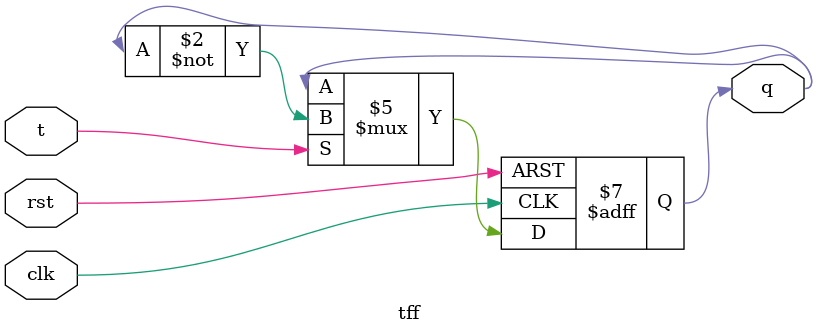
<source format=v>
module tff(
  input t,
  input clk,
  input rst,
  output reg q
  );
  initial begin
      q<=1'b1;
  end
  always@(posedge clk or posedge rst) begin
   
    if(rst)begin 
      q <=1'b1;
     end 
    else if(t)begin
      q<=~q;
    end
    else begin
      q<=q;
    end
 
    
  /*  else begin
      case({t})
       1'b0:q<=q;
       1'b1:q<=~q;
       endcase
  end*/
    
  end
endmodule

</source>
